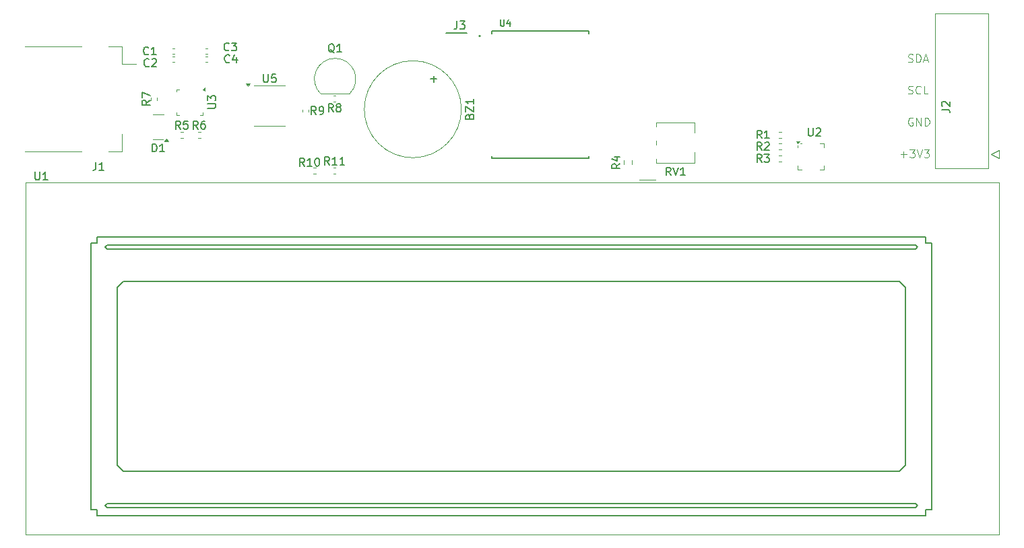
<source format=gbr>
%TF.GenerationSoftware,KiCad,Pcbnew,8.0.3*%
%TF.CreationDate,2024-06-24T16:42:44-03:00*%
%TF.ProjectId,kicad_project,6b696361-645f-4707-926f-6a6563742e6b,rev?*%
%TF.SameCoordinates,Original*%
%TF.FileFunction,Legend,Top*%
%TF.FilePolarity,Positive*%
%FSLAX46Y46*%
G04 Gerber Fmt 4.6, Leading zero omitted, Abs format (unit mm)*
G04 Created by KiCad (PCBNEW 8.0.3) date 2024-06-24 16:42:44*
%MOMM*%
%LPD*%
G01*
G04 APERTURE LIST*
%ADD10C,0.100000*%
%ADD11C,0.150000*%
%ADD12C,0.120000*%
%ADD13C,0.200000*%
%ADD14C,0.127000*%
G04 APERTURE END LIST*
D10*
X194256265Y-68824800D02*
X194399122Y-68872419D01*
X194399122Y-68872419D02*
X194637217Y-68872419D01*
X194637217Y-68872419D02*
X194732455Y-68824800D01*
X194732455Y-68824800D02*
X194780074Y-68777180D01*
X194780074Y-68777180D02*
X194827693Y-68681942D01*
X194827693Y-68681942D02*
X194827693Y-68586704D01*
X194827693Y-68586704D02*
X194780074Y-68491466D01*
X194780074Y-68491466D02*
X194732455Y-68443847D01*
X194732455Y-68443847D02*
X194637217Y-68396228D01*
X194637217Y-68396228D02*
X194446741Y-68348609D01*
X194446741Y-68348609D02*
X194351503Y-68300990D01*
X194351503Y-68300990D02*
X194303884Y-68253371D01*
X194303884Y-68253371D02*
X194256265Y-68158133D01*
X194256265Y-68158133D02*
X194256265Y-68062895D01*
X194256265Y-68062895D02*
X194303884Y-67967657D01*
X194303884Y-67967657D02*
X194351503Y-67920038D01*
X194351503Y-67920038D02*
X194446741Y-67872419D01*
X194446741Y-67872419D02*
X194684836Y-67872419D01*
X194684836Y-67872419D02*
X194827693Y-67920038D01*
X195256265Y-68872419D02*
X195256265Y-67872419D01*
X195256265Y-67872419D02*
X195494360Y-67872419D01*
X195494360Y-67872419D02*
X195637217Y-67920038D01*
X195637217Y-67920038D02*
X195732455Y-68015276D01*
X195732455Y-68015276D02*
X195780074Y-68110514D01*
X195780074Y-68110514D02*
X195827693Y-68300990D01*
X195827693Y-68300990D02*
X195827693Y-68443847D01*
X195827693Y-68443847D02*
X195780074Y-68634323D01*
X195780074Y-68634323D02*
X195732455Y-68729561D01*
X195732455Y-68729561D02*
X195637217Y-68824800D01*
X195637217Y-68824800D02*
X195494360Y-68872419D01*
X195494360Y-68872419D02*
X195256265Y-68872419D01*
X196208646Y-68586704D02*
X196684836Y-68586704D01*
X196113408Y-68872419D02*
X196446741Y-67872419D01*
X196446741Y-67872419D02*
X196780074Y-68872419D01*
X194256265Y-72824800D02*
X194399122Y-72872419D01*
X194399122Y-72872419D02*
X194637217Y-72872419D01*
X194637217Y-72872419D02*
X194732455Y-72824800D01*
X194732455Y-72824800D02*
X194780074Y-72777180D01*
X194780074Y-72777180D02*
X194827693Y-72681942D01*
X194827693Y-72681942D02*
X194827693Y-72586704D01*
X194827693Y-72586704D02*
X194780074Y-72491466D01*
X194780074Y-72491466D02*
X194732455Y-72443847D01*
X194732455Y-72443847D02*
X194637217Y-72396228D01*
X194637217Y-72396228D02*
X194446741Y-72348609D01*
X194446741Y-72348609D02*
X194351503Y-72300990D01*
X194351503Y-72300990D02*
X194303884Y-72253371D01*
X194303884Y-72253371D02*
X194256265Y-72158133D01*
X194256265Y-72158133D02*
X194256265Y-72062895D01*
X194256265Y-72062895D02*
X194303884Y-71967657D01*
X194303884Y-71967657D02*
X194351503Y-71920038D01*
X194351503Y-71920038D02*
X194446741Y-71872419D01*
X194446741Y-71872419D02*
X194684836Y-71872419D01*
X194684836Y-71872419D02*
X194827693Y-71920038D01*
X195827693Y-72777180D02*
X195780074Y-72824800D01*
X195780074Y-72824800D02*
X195637217Y-72872419D01*
X195637217Y-72872419D02*
X195541979Y-72872419D01*
X195541979Y-72872419D02*
X195399122Y-72824800D01*
X195399122Y-72824800D02*
X195303884Y-72729561D01*
X195303884Y-72729561D02*
X195256265Y-72634323D01*
X195256265Y-72634323D02*
X195208646Y-72443847D01*
X195208646Y-72443847D02*
X195208646Y-72300990D01*
X195208646Y-72300990D02*
X195256265Y-72110514D01*
X195256265Y-72110514D02*
X195303884Y-72015276D01*
X195303884Y-72015276D02*
X195399122Y-71920038D01*
X195399122Y-71920038D02*
X195541979Y-71872419D01*
X195541979Y-71872419D02*
X195637217Y-71872419D01*
X195637217Y-71872419D02*
X195780074Y-71920038D01*
X195780074Y-71920038D02*
X195827693Y-71967657D01*
X196732455Y-72872419D02*
X196256265Y-72872419D01*
X196256265Y-72872419D02*
X196256265Y-71872419D01*
X194827693Y-75920038D02*
X194732455Y-75872419D01*
X194732455Y-75872419D02*
X194589598Y-75872419D01*
X194589598Y-75872419D02*
X194446741Y-75920038D01*
X194446741Y-75920038D02*
X194351503Y-76015276D01*
X194351503Y-76015276D02*
X194303884Y-76110514D01*
X194303884Y-76110514D02*
X194256265Y-76300990D01*
X194256265Y-76300990D02*
X194256265Y-76443847D01*
X194256265Y-76443847D02*
X194303884Y-76634323D01*
X194303884Y-76634323D02*
X194351503Y-76729561D01*
X194351503Y-76729561D02*
X194446741Y-76824800D01*
X194446741Y-76824800D02*
X194589598Y-76872419D01*
X194589598Y-76872419D02*
X194684836Y-76872419D01*
X194684836Y-76872419D02*
X194827693Y-76824800D01*
X194827693Y-76824800D02*
X194875312Y-76777180D01*
X194875312Y-76777180D02*
X194875312Y-76443847D01*
X194875312Y-76443847D02*
X194684836Y-76443847D01*
X195303884Y-76872419D02*
X195303884Y-75872419D01*
X195303884Y-75872419D02*
X195875312Y-76872419D01*
X195875312Y-76872419D02*
X195875312Y-75872419D01*
X196351503Y-76872419D02*
X196351503Y-75872419D01*
X196351503Y-75872419D02*
X196589598Y-75872419D01*
X196589598Y-75872419D02*
X196732455Y-75920038D01*
X196732455Y-75920038D02*
X196827693Y-76015276D01*
X196827693Y-76015276D02*
X196875312Y-76110514D01*
X196875312Y-76110514D02*
X196922931Y-76300990D01*
X196922931Y-76300990D02*
X196922931Y-76443847D01*
X196922931Y-76443847D02*
X196875312Y-76634323D01*
X196875312Y-76634323D02*
X196827693Y-76729561D01*
X196827693Y-76729561D02*
X196732455Y-76824800D01*
X196732455Y-76824800D02*
X196589598Y-76872419D01*
X196589598Y-76872419D02*
X196351503Y-76872419D01*
X193303884Y-80491466D02*
X194065789Y-80491466D01*
X193684836Y-80872419D02*
X193684836Y-80110514D01*
X194446741Y-79872419D02*
X195065788Y-79872419D01*
X195065788Y-79872419D02*
X194732455Y-80253371D01*
X194732455Y-80253371D02*
X194875312Y-80253371D01*
X194875312Y-80253371D02*
X194970550Y-80300990D01*
X194970550Y-80300990D02*
X195018169Y-80348609D01*
X195018169Y-80348609D02*
X195065788Y-80443847D01*
X195065788Y-80443847D02*
X195065788Y-80681942D01*
X195065788Y-80681942D02*
X195018169Y-80777180D01*
X195018169Y-80777180D02*
X194970550Y-80824800D01*
X194970550Y-80824800D02*
X194875312Y-80872419D01*
X194875312Y-80872419D02*
X194589598Y-80872419D01*
X194589598Y-80872419D02*
X194494360Y-80824800D01*
X194494360Y-80824800D02*
X194446741Y-80777180D01*
X195351503Y-79872419D02*
X195684836Y-80872419D01*
X195684836Y-80872419D02*
X196018169Y-79872419D01*
X196256265Y-79872419D02*
X196875312Y-79872419D01*
X196875312Y-79872419D02*
X196541979Y-80253371D01*
X196541979Y-80253371D02*
X196684836Y-80253371D01*
X196684836Y-80253371D02*
X196780074Y-80300990D01*
X196780074Y-80300990D02*
X196827693Y-80348609D01*
X196827693Y-80348609D02*
X196875312Y-80443847D01*
X196875312Y-80443847D02*
X196875312Y-80681942D01*
X196875312Y-80681942D02*
X196827693Y-80777180D01*
X196827693Y-80777180D02*
X196780074Y-80824800D01*
X196780074Y-80824800D02*
X196684836Y-80872419D01*
X196684836Y-80872419D02*
X196399122Y-80872419D01*
X196399122Y-80872419D02*
X196303884Y-80824800D01*
X196303884Y-80824800D02*
X196256265Y-80777180D01*
D11*
X164404761Y-83104819D02*
X164071428Y-82628628D01*
X163833333Y-83104819D02*
X163833333Y-82104819D01*
X163833333Y-82104819D02*
X164214285Y-82104819D01*
X164214285Y-82104819D02*
X164309523Y-82152438D01*
X164309523Y-82152438D02*
X164357142Y-82200057D01*
X164357142Y-82200057D02*
X164404761Y-82295295D01*
X164404761Y-82295295D02*
X164404761Y-82438152D01*
X164404761Y-82438152D02*
X164357142Y-82533390D01*
X164357142Y-82533390D02*
X164309523Y-82581009D01*
X164309523Y-82581009D02*
X164214285Y-82628628D01*
X164214285Y-82628628D02*
X163833333Y-82628628D01*
X164690476Y-82104819D02*
X165023809Y-83104819D01*
X165023809Y-83104819D02*
X165357142Y-82104819D01*
X166214285Y-83104819D02*
X165642857Y-83104819D01*
X165928571Y-83104819D02*
X165928571Y-82104819D01*
X165928571Y-82104819D02*
X165833333Y-82247676D01*
X165833333Y-82247676D02*
X165738095Y-82342914D01*
X165738095Y-82342914D02*
X165642857Y-82390533D01*
X175833333Y-81454819D02*
X175500000Y-80978628D01*
X175261905Y-81454819D02*
X175261905Y-80454819D01*
X175261905Y-80454819D02*
X175642857Y-80454819D01*
X175642857Y-80454819D02*
X175738095Y-80502438D01*
X175738095Y-80502438D02*
X175785714Y-80550057D01*
X175785714Y-80550057D02*
X175833333Y-80645295D01*
X175833333Y-80645295D02*
X175833333Y-80788152D01*
X175833333Y-80788152D02*
X175785714Y-80883390D01*
X175785714Y-80883390D02*
X175738095Y-80931009D01*
X175738095Y-80931009D02*
X175642857Y-80978628D01*
X175642857Y-80978628D02*
X175261905Y-80978628D01*
X176166667Y-80454819D02*
X176785714Y-80454819D01*
X176785714Y-80454819D02*
X176452381Y-80835771D01*
X176452381Y-80835771D02*
X176595238Y-80835771D01*
X176595238Y-80835771D02*
X176690476Y-80883390D01*
X176690476Y-80883390D02*
X176738095Y-80931009D01*
X176738095Y-80931009D02*
X176785714Y-81026247D01*
X176785714Y-81026247D02*
X176785714Y-81264342D01*
X176785714Y-81264342D02*
X176738095Y-81359580D01*
X176738095Y-81359580D02*
X176690476Y-81407200D01*
X176690476Y-81407200D02*
X176595238Y-81454819D01*
X176595238Y-81454819D02*
X176309524Y-81454819D01*
X176309524Y-81454819D02*
X176214286Y-81407200D01*
X176214286Y-81407200D02*
X176166667Y-81359580D01*
X175833333Y-79954819D02*
X175500000Y-79478628D01*
X175261905Y-79954819D02*
X175261905Y-78954819D01*
X175261905Y-78954819D02*
X175642857Y-78954819D01*
X175642857Y-78954819D02*
X175738095Y-79002438D01*
X175738095Y-79002438D02*
X175785714Y-79050057D01*
X175785714Y-79050057D02*
X175833333Y-79145295D01*
X175833333Y-79145295D02*
X175833333Y-79288152D01*
X175833333Y-79288152D02*
X175785714Y-79383390D01*
X175785714Y-79383390D02*
X175738095Y-79431009D01*
X175738095Y-79431009D02*
X175642857Y-79478628D01*
X175642857Y-79478628D02*
X175261905Y-79478628D01*
X176214286Y-79050057D02*
X176261905Y-79002438D01*
X176261905Y-79002438D02*
X176357143Y-78954819D01*
X176357143Y-78954819D02*
X176595238Y-78954819D01*
X176595238Y-78954819D02*
X176690476Y-79002438D01*
X176690476Y-79002438D02*
X176738095Y-79050057D01*
X176738095Y-79050057D02*
X176785714Y-79145295D01*
X176785714Y-79145295D02*
X176785714Y-79240533D01*
X176785714Y-79240533D02*
X176738095Y-79383390D01*
X176738095Y-79383390D02*
X176166667Y-79954819D01*
X176166667Y-79954819D02*
X176785714Y-79954819D01*
X175833333Y-78454819D02*
X175500000Y-77978628D01*
X175261905Y-78454819D02*
X175261905Y-77454819D01*
X175261905Y-77454819D02*
X175642857Y-77454819D01*
X175642857Y-77454819D02*
X175738095Y-77502438D01*
X175738095Y-77502438D02*
X175785714Y-77550057D01*
X175785714Y-77550057D02*
X175833333Y-77645295D01*
X175833333Y-77645295D02*
X175833333Y-77788152D01*
X175833333Y-77788152D02*
X175785714Y-77883390D01*
X175785714Y-77883390D02*
X175738095Y-77931009D01*
X175738095Y-77931009D02*
X175642857Y-77978628D01*
X175642857Y-77978628D02*
X175261905Y-77978628D01*
X176785714Y-78454819D02*
X176214286Y-78454819D01*
X176500000Y-78454819D02*
X176500000Y-77454819D01*
X176500000Y-77454819D02*
X176404762Y-77597676D01*
X176404762Y-77597676D02*
X176309524Y-77692914D01*
X176309524Y-77692914D02*
X176214286Y-77740533D01*
X104988333Y-77284819D02*
X104655000Y-76808628D01*
X104416905Y-77284819D02*
X104416905Y-76284819D01*
X104416905Y-76284819D02*
X104797857Y-76284819D01*
X104797857Y-76284819D02*
X104893095Y-76332438D01*
X104893095Y-76332438D02*
X104940714Y-76380057D01*
X104940714Y-76380057D02*
X104988333Y-76475295D01*
X104988333Y-76475295D02*
X104988333Y-76618152D01*
X104988333Y-76618152D02*
X104940714Y-76713390D01*
X104940714Y-76713390D02*
X104893095Y-76761009D01*
X104893095Y-76761009D02*
X104797857Y-76808628D01*
X104797857Y-76808628D02*
X104416905Y-76808628D01*
X105845476Y-76284819D02*
X105655000Y-76284819D01*
X105655000Y-76284819D02*
X105559762Y-76332438D01*
X105559762Y-76332438D02*
X105512143Y-76380057D01*
X105512143Y-76380057D02*
X105416905Y-76522914D01*
X105416905Y-76522914D02*
X105369286Y-76713390D01*
X105369286Y-76713390D02*
X105369286Y-77094342D01*
X105369286Y-77094342D02*
X105416905Y-77189580D01*
X105416905Y-77189580D02*
X105464524Y-77237200D01*
X105464524Y-77237200D02*
X105559762Y-77284819D01*
X105559762Y-77284819D02*
X105750238Y-77284819D01*
X105750238Y-77284819D02*
X105845476Y-77237200D01*
X105845476Y-77237200D02*
X105893095Y-77189580D01*
X105893095Y-77189580D02*
X105940714Y-77094342D01*
X105940714Y-77094342D02*
X105940714Y-76856247D01*
X105940714Y-76856247D02*
X105893095Y-76761009D01*
X105893095Y-76761009D02*
X105845476Y-76713390D01*
X105845476Y-76713390D02*
X105750238Y-76665771D01*
X105750238Y-76665771D02*
X105559762Y-76665771D01*
X105559762Y-76665771D02*
X105464524Y-76713390D01*
X105464524Y-76713390D02*
X105416905Y-76761009D01*
X105416905Y-76761009D02*
X105369286Y-76856247D01*
X102798333Y-77284819D02*
X102465000Y-76808628D01*
X102226905Y-77284819D02*
X102226905Y-76284819D01*
X102226905Y-76284819D02*
X102607857Y-76284819D01*
X102607857Y-76284819D02*
X102703095Y-76332438D01*
X102703095Y-76332438D02*
X102750714Y-76380057D01*
X102750714Y-76380057D02*
X102798333Y-76475295D01*
X102798333Y-76475295D02*
X102798333Y-76618152D01*
X102798333Y-76618152D02*
X102750714Y-76713390D01*
X102750714Y-76713390D02*
X102703095Y-76761009D01*
X102703095Y-76761009D02*
X102607857Y-76808628D01*
X102607857Y-76808628D02*
X102226905Y-76808628D01*
X103703095Y-76284819D02*
X103226905Y-76284819D01*
X103226905Y-76284819D02*
X103179286Y-76761009D01*
X103179286Y-76761009D02*
X103226905Y-76713390D01*
X103226905Y-76713390D02*
X103322143Y-76665771D01*
X103322143Y-76665771D02*
X103560238Y-76665771D01*
X103560238Y-76665771D02*
X103655476Y-76713390D01*
X103655476Y-76713390D02*
X103703095Y-76761009D01*
X103703095Y-76761009D02*
X103750714Y-76856247D01*
X103750714Y-76856247D02*
X103750714Y-77094342D01*
X103750714Y-77094342D02*
X103703095Y-77189580D01*
X103703095Y-77189580D02*
X103655476Y-77237200D01*
X103655476Y-77237200D02*
X103560238Y-77284819D01*
X103560238Y-77284819D02*
X103322143Y-77284819D01*
X103322143Y-77284819D02*
X103226905Y-77237200D01*
X103226905Y-77237200D02*
X103179286Y-77189580D01*
X98954819Y-73666666D02*
X98478628Y-73999999D01*
X98954819Y-74238094D02*
X97954819Y-74238094D01*
X97954819Y-74238094D02*
X97954819Y-73857142D01*
X97954819Y-73857142D02*
X98002438Y-73761904D01*
X98002438Y-73761904D02*
X98050057Y-73714285D01*
X98050057Y-73714285D02*
X98145295Y-73666666D01*
X98145295Y-73666666D02*
X98288152Y-73666666D01*
X98288152Y-73666666D02*
X98383390Y-73714285D01*
X98383390Y-73714285D02*
X98431009Y-73761904D01*
X98431009Y-73761904D02*
X98478628Y-73857142D01*
X98478628Y-73857142D02*
X98478628Y-74238094D01*
X97954819Y-73333332D02*
X97954819Y-72666666D01*
X97954819Y-72666666D02*
X98954819Y-73095237D01*
X121988333Y-75124819D02*
X121655000Y-74648628D01*
X121416905Y-75124819D02*
X121416905Y-74124819D01*
X121416905Y-74124819D02*
X121797857Y-74124819D01*
X121797857Y-74124819D02*
X121893095Y-74172438D01*
X121893095Y-74172438D02*
X121940714Y-74220057D01*
X121940714Y-74220057D02*
X121988333Y-74315295D01*
X121988333Y-74315295D02*
X121988333Y-74458152D01*
X121988333Y-74458152D02*
X121940714Y-74553390D01*
X121940714Y-74553390D02*
X121893095Y-74601009D01*
X121893095Y-74601009D02*
X121797857Y-74648628D01*
X121797857Y-74648628D02*
X121416905Y-74648628D01*
X122559762Y-74553390D02*
X122464524Y-74505771D01*
X122464524Y-74505771D02*
X122416905Y-74458152D01*
X122416905Y-74458152D02*
X122369286Y-74362914D01*
X122369286Y-74362914D02*
X122369286Y-74315295D01*
X122369286Y-74315295D02*
X122416905Y-74220057D01*
X122416905Y-74220057D02*
X122464524Y-74172438D01*
X122464524Y-74172438D02*
X122559762Y-74124819D01*
X122559762Y-74124819D02*
X122750238Y-74124819D01*
X122750238Y-74124819D02*
X122845476Y-74172438D01*
X122845476Y-74172438D02*
X122893095Y-74220057D01*
X122893095Y-74220057D02*
X122940714Y-74315295D01*
X122940714Y-74315295D02*
X122940714Y-74362914D01*
X122940714Y-74362914D02*
X122893095Y-74458152D01*
X122893095Y-74458152D02*
X122845476Y-74505771D01*
X122845476Y-74505771D02*
X122750238Y-74553390D01*
X122750238Y-74553390D02*
X122559762Y-74553390D01*
X122559762Y-74553390D02*
X122464524Y-74601009D01*
X122464524Y-74601009D02*
X122416905Y-74648628D01*
X122416905Y-74648628D02*
X122369286Y-74743866D01*
X122369286Y-74743866D02*
X122369286Y-74934342D01*
X122369286Y-74934342D02*
X122416905Y-75029580D01*
X122416905Y-75029580D02*
X122464524Y-75077200D01*
X122464524Y-75077200D02*
X122559762Y-75124819D01*
X122559762Y-75124819D02*
X122750238Y-75124819D01*
X122750238Y-75124819D02*
X122845476Y-75077200D01*
X122845476Y-75077200D02*
X122893095Y-75029580D01*
X122893095Y-75029580D02*
X122940714Y-74934342D01*
X122940714Y-74934342D02*
X122940714Y-74743866D01*
X122940714Y-74743866D02*
X122893095Y-74648628D01*
X122893095Y-74648628D02*
X122845476Y-74601009D01*
X122845476Y-74601009D02*
X122750238Y-74553390D01*
X119833333Y-75444819D02*
X119500000Y-74968628D01*
X119261905Y-75444819D02*
X119261905Y-74444819D01*
X119261905Y-74444819D02*
X119642857Y-74444819D01*
X119642857Y-74444819D02*
X119738095Y-74492438D01*
X119738095Y-74492438D02*
X119785714Y-74540057D01*
X119785714Y-74540057D02*
X119833333Y-74635295D01*
X119833333Y-74635295D02*
X119833333Y-74778152D01*
X119833333Y-74778152D02*
X119785714Y-74873390D01*
X119785714Y-74873390D02*
X119738095Y-74921009D01*
X119738095Y-74921009D02*
X119642857Y-74968628D01*
X119642857Y-74968628D02*
X119261905Y-74968628D01*
X120309524Y-75444819D02*
X120500000Y-75444819D01*
X120500000Y-75444819D02*
X120595238Y-75397200D01*
X120595238Y-75397200D02*
X120642857Y-75349580D01*
X120642857Y-75349580D02*
X120738095Y-75206723D01*
X120738095Y-75206723D02*
X120785714Y-75016247D01*
X120785714Y-75016247D02*
X120785714Y-74635295D01*
X120785714Y-74635295D02*
X120738095Y-74540057D01*
X120738095Y-74540057D02*
X120690476Y-74492438D01*
X120690476Y-74492438D02*
X120595238Y-74444819D01*
X120595238Y-74444819D02*
X120404762Y-74444819D01*
X120404762Y-74444819D02*
X120309524Y-74492438D01*
X120309524Y-74492438D02*
X120261905Y-74540057D01*
X120261905Y-74540057D02*
X120214286Y-74635295D01*
X120214286Y-74635295D02*
X120214286Y-74873390D01*
X120214286Y-74873390D02*
X120261905Y-74968628D01*
X120261905Y-74968628D02*
X120309524Y-75016247D01*
X120309524Y-75016247D02*
X120404762Y-75063866D01*
X120404762Y-75063866D02*
X120595238Y-75063866D01*
X120595238Y-75063866D02*
X120690476Y-75016247D01*
X120690476Y-75016247D02*
X120738095Y-74968628D01*
X120738095Y-74968628D02*
X120785714Y-74873390D01*
X118357142Y-81954819D02*
X118023809Y-81478628D01*
X117785714Y-81954819D02*
X117785714Y-80954819D01*
X117785714Y-80954819D02*
X118166666Y-80954819D01*
X118166666Y-80954819D02*
X118261904Y-81002438D01*
X118261904Y-81002438D02*
X118309523Y-81050057D01*
X118309523Y-81050057D02*
X118357142Y-81145295D01*
X118357142Y-81145295D02*
X118357142Y-81288152D01*
X118357142Y-81288152D02*
X118309523Y-81383390D01*
X118309523Y-81383390D02*
X118261904Y-81431009D01*
X118261904Y-81431009D02*
X118166666Y-81478628D01*
X118166666Y-81478628D02*
X117785714Y-81478628D01*
X119309523Y-81954819D02*
X118738095Y-81954819D01*
X119023809Y-81954819D02*
X119023809Y-80954819D01*
X119023809Y-80954819D02*
X118928571Y-81097676D01*
X118928571Y-81097676D02*
X118833333Y-81192914D01*
X118833333Y-81192914D02*
X118738095Y-81240533D01*
X119928571Y-80954819D02*
X120023809Y-80954819D01*
X120023809Y-80954819D02*
X120119047Y-81002438D01*
X120119047Y-81002438D02*
X120166666Y-81050057D01*
X120166666Y-81050057D02*
X120214285Y-81145295D01*
X120214285Y-81145295D02*
X120261904Y-81335771D01*
X120261904Y-81335771D02*
X120261904Y-81573866D01*
X120261904Y-81573866D02*
X120214285Y-81764342D01*
X120214285Y-81764342D02*
X120166666Y-81859580D01*
X120166666Y-81859580D02*
X120119047Y-81907200D01*
X120119047Y-81907200D02*
X120023809Y-81954819D01*
X120023809Y-81954819D02*
X119928571Y-81954819D01*
X119928571Y-81954819D02*
X119833333Y-81907200D01*
X119833333Y-81907200D02*
X119785714Y-81859580D01*
X119785714Y-81859580D02*
X119738095Y-81764342D01*
X119738095Y-81764342D02*
X119690476Y-81573866D01*
X119690476Y-81573866D02*
X119690476Y-81335771D01*
X119690476Y-81335771D02*
X119738095Y-81145295D01*
X119738095Y-81145295D02*
X119785714Y-81050057D01*
X119785714Y-81050057D02*
X119833333Y-81002438D01*
X119833333Y-81002438D02*
X119928571Y-80954819D01*
X121512142Y-81784819D02*
X121178809Y-81308628D01*
X120940714Y-81784819D02*
X120940714Y-80784819D01*
X120940714Y-80784819D02*
X121321666Y-80784819D01*
X121321666Y-80784819D02*
X121416904Y-80832438D01*
X121416904Y-80832438D02*
X121464523Y-80880057D01*
X121464523Y-80880057D02*
X121512142Y-80975295D01*
X121512142Y-80975295D02*
X121512142Y-81118152D01*
X121512142Y-81118152D02*
X121464523Y-81213390D01*
X121464523Y-81213390D02*
X121416904Y-81261009D01*
X121416904Y-81261009D02*
X121321666Y-81308628D01*
X121321666Y-81308628D02*
X120940714Y-81308628D01*
X122464523Y-81784819D02*
X121893095Y-81784819D01*
X122178809Y-81784819D02*
X122178809Y-80784819D01*
X122178809Y-80784819D02*
X122083571Y-80927676D01*
X122083571Y-80927676D02*
X121988333Y-81022914D01*
X121988333Y-81022914D02*
X121893095Y-81070533D01*
X123416904Y-81784819D02*
X122845476Y-81784819D01*
X123131190Y-81784819D02*
X123131190Y-80784819D01*
X123131190Y-80784819D02*
X123035952Y-80927676D01*
X123035952Y-80927676D02*
X122940714Y-81022914D01*
X122940714Y-81022914D02*
X122845476Y-81070533D01*
X158024819Y-81666666D02*
X157548628Y-81999999D01*
X158024819Y-82238094D02*
X157024819Y-82238094D01*
X157024819Y-82238094D02*
X157024819Y-81857142D01*
X157024819Y-81857142D02*
X157072438Y-81761904D01*
X157072438Y-81761904D02*
X157120057Y-81714285D01*
X157120057Y-81714285D02*
X157215295Y-81666666D01*
X157215295Y-81666666D02*
X157358152Y-81666666D01*
X157358152Y-81666666D02*
X157453390Y-81714285D01*
X157453390Y-81714285D02*
X157501009Y-81761904D01*
X157501009Y-81761904D02*
X157548628Y-81857142D01*
X157548628Y-81857142D02*
X157548628Y-82238094D01*
X157358152Y-80809523D02*
X158024819Y-80809523D01*
X156977200Y-81047618D02*
X157691485Y-81285713D01*
X157691485Y-81285713D02*
X157691485Y-80666666D01*
X113238095Y-70419819D02*
X113238095Y-71229342D01*
X113238095Y-71229342D02*
X113285714Y-71324580D01*
X113285714Y-71324580D02*
X113333333Y-71372200D01*
X113333333Y-71372200D02*
X113428571Y-71419819D01*
X113428571Y-71419819D02*
X113619047Y-71419819D01*
X113619047Y-71419819D02*
X113714285Y-71372200D01*
X113714285Y-71372200D02*
X113761904Y-71324580D01*
X113761904Y-71324580D02*
X113809523Y-71229342D01*
X113809523Y-71229342D02*
X113809523Y-70419819D01*
X114761904Y-70419819D02*
X114285714Y-70419819D01*
X114285714Y-70419819D02*
X114238095Y-70896009D01*
X114238095Y-70896009D02*
X114285714Y-70848390D01*
X114285714Y-70848390D02*
X114380952Y-70800771D01*
X114380952Y-70800771D02*
X114619047Y-70800771D01*
X114619047Y-70800771D02*
X114714285Y-70848390D01*
X114714285Y-70848390D02*
X114761904Y-70896009D01*
X114761904Y-70896009D02*
X114809523Y-70991247D01*
X114809523Y-70991247D02*
X114809523Y-71229342D01*
X114809523Y-71229342D02*
X114761904Y-71324580D01*
X114761904Y-71324580D02*
X114714285Y-71372200D01*
X114714285Y-71372200D02*
X114619047Y-71419819D01*
X114619047Y-71419819D02*
X114380952Y-71419819D01*
X114380952Y-71419819D02*
X114285714Y-71372200D01*
X114285714Y-71372200D02*
X114238095Y-71324580D01*
X143018106Y-63527245D02*
X143018106Y-64174864D01*
X143018106Y-64174864D02*
X143056201Y-64251054D01*
X143056201Y-64251054D02*
X143094296Y-64289150D01*
X143094296Y-64289150D02*
X143170487Y-64327245D01*
X143170487Y-64327245D02*
X143322868Y-64327245D01*
X143322868Y-64327245D02*
X143399058Y-64289150D01*
X143399058Y-64289150D02*
X143437153Y-64251054D01*
X143437153Y-64251054D02*
X143475249Y-64174864D01*
X143475249Y-64174864D02*
X143475249Y-63527245D01*
X144199058Y-63793911D02*
X144199058Y-64327245D01*
X144008582Y-63489150D02*
X143818105Y-64060578D01*
X143818105Y-64060578D02*
X144313344Y-64060578D01*
X106234819Y-74661904D02*
X107044342Y-74661904D01*
X107044342Y-74661904D02*
X107139580Y-74614285D01*
X107139580Y-74614285D02*
X107187200Y-74566666D01*
X107187200Y-74566666D02*
X107234819Y-74471428D01*
X107234819Y-74471428D02*
X107234819Y-74280952D01*
X107234819Y-74280952D02*
X107187200Y-74185714D01*
X107187200Y-74185714D02*
X107139580Y-74138095D01*
X107139580Y-74138095D02*
X107044342Y-74090476D01*
X107044342Y-74090476D02*
X106234819Y-74090476D01*
X106234819Y-73709523D02*
X106234819Y-73090476D01*
X106234819Y-73090476D02*
X106615771Y-73423809D01*
X106615771Y-73423809D02*
X106615771Y-73280952D01*
X106615771Y-73280952D02*
X106663390Y-73185714D01*
X106663390Y-73185714D02*
X106711009Y-73138095D01*
X106711009Y-73138095D02*
X106806247Y-73090476D01*
X106806247Y-73090476D02*
X107044342Y-73090476D01*
X107044342Y-73090476D02*
X107139580Y-73138095D01*
X107139580Y-73138095D02*
X107187200Y-73185714D01*
X107187200Y-73185714D02*
X107234819Y-73280952D01*
X107234819Y-73280952D02*
X107234819Y-73566666D01*
X107234819Y-73566666D02*
X107187200Y-73661904D01*
X107187200Y-73661904D02*
X107139580Y-73709523D01*
X181700595Y-77154819D02*
X181700595Y-77964342D01*
X181700595Y-77964342D02*
X181748214Y-78059580D01*
X181748214Y-78059580D02*
X181795833Y-78107200D01*
X181795833Y-78107200D02*
X181891071Y-78154819D01*
X181891071Y-78154819D02*
X182081547Y-78154819D01*
X182081547Y-78154819D02*
X182176785Y-78107200D01*
X182176785Y-78107200D02*
X182224404Y-78059580D01*
X182224404Y-78059580D02*
X182272023Y-77964342D01*
X182272023Y-77964342D02*
X182272023Y-77154819D01*
X182700595Y-77250057D02*
X182748214Y-77202438D01*
X182748214Y-77202438D02*
X182843452Y-77154819D01*
X182843452Y-77154819D02*
X183081547Y-77154819D01*
X183081547Y-77154819D02*
X183176785Y-77202438D01*
X183176785Y-77202438D02*
X183224404Y-77250057D01*
X183224404Y-77250057D02*
X183272023Y-77345295D01*
X183272023Y-77345295D02*
X183272023Y-77440533D01*
X183272023Y-77440533D02*
X183224404Y-77583390D01*
X183224404Y-77583390D02*
X182652976Y-78154819D01*
X182652976Y-78154819D02*
X183272023Y-78154819D01*
X84528095Y-82687319D02*
X84528095Y-83496842D01*
X84528095Y-83496842D02*
X84575714Y-83592080D01*
X84575714Y-83592080D02*
X84623333Y-83639700D01*
X84623333Y-83639700D02*
X84718571Y-83687319D01*
X84718571Y-83687319D02*
X84909047Y-83687319D01*
X84909047Y-83687319D02*
X85004285Y-83639700D01*
X85004285Y-83639700D02*
X85051904Y-83592080D01*
X85051904Y-83592080D02*
X85099523Y-83496842D01*
X85099523Y-83496842D02*
X85099523Y-82687319D01*
X86099523Y-83687319D02*
X85528095Y-83687319D01*
X85813809Y-83687319D02*
X85813809Y-82687319D01*
X85813809Y-82687319D02*
X85718571Y-82830176D01*
X85718571Y-82830176D02*
X85623333Y-82925414D01*
X85623333Y-82925414D02*
X85528095Y-82973033D01*
X122134761Y-67690057D02*
X122039523Y-67642438D01*
X122039523Y-67642438D02*
X121944285Y-67547200D01*
X121944285Y-67547200D02*
X121801428Y-67404342D01*
X121801428Y-67404342D02*
X121706190Y-67356723D01*
X121706190Y-67356723D02*
X121610952Y-67356723D01*
X121658571Y-67594819D02*
X121563333Y-67547200D01*
X121563333Y-67547200D02*
X121468095Y-67451961D01*
X121468095Y-67451961D02*
X121420476Y-67261485D01*
X121420476Y-67261485D02*
X121420476Y-66928152D01*
X121420476Y-66928152D02*
X121468095Y-66737676D01*
X121468095Y-66737676D02*
X121563333Y-66642438D01*
X121563333Y-66642438D02*
X121658571Y-66594819D01*
X121658571Y-66594819D02*
X121849047Y-66594819D01*
X121849047Y-66594819D02*
X121944285Y-66642438D01*
X121944285Y-66642438D02*
X122039523Y-66737676D01*
X122039523Y-66737676D02*
X122087142Y-66928152D01*
X122087142Y-66928152D02*
X122087142Y-67261485D01*
X122087142Y-67261485D02*
X122039523Y-67451961D01*
X122039523Y-67451961D02*
X121944285Y-67547200D01*
X121944285Y-67547200D02*
X121849047Y-67594819D01*
X121849047Y-67594819D02*
X121658571Y-67594819D01*
X123039523Y-67594819D02*
X122468095Y-67594819D01*
X122753809Y-67594819D02*
X122753809Y-66594819D01*
X122753809Y-66594819D02*
X122658571Y-66737676D01*
X122658571Y-66737676D02*
X122563333Y-66832914D01*
X122563333Y-66832914D02*
X122468095Y-66880533D01*
X137537626Y-63714359D02*
X137537626Y-64429449D01*
X137537626Y-64429449D02*
X137489953Y-64572467D01*
X137489953Y-64572467D02*
X137394608Y-64667813D01*
X137394608Y-64667813D02*
X137251590Y-64715485D01*
X137251590Y-64715485D02*
X137156245Y-64715485D01*
X137919008Y-63714359D02*
X138538752Y-63714359D01*
X138538752Y-63714359D02*
X138205044Y-64095741D01*
X138205044Y-64095741D02*
X138348062Y-64095741D01*
X138348062Y-64095741D02*
X138443407Y-64143413D01*
X138443407Y-64143413D02*
X138491080Y-64191086D01*
X138491080Y-64191086D02*
X138538752Y-64286431D01*
X138538752Y-64286431D02*
X138538752Y-64524795D01*
X138538752Y-64524795D02*
X138491080Y-64620140D01*
X138491080Y-64620140D02*
X138443407Y-64667813D01*
X138443407Y-64667813D02*
X138348062Y-64715485D01*
X138348062Y-64715485D02*
X138062026Y-64715485D01*
X138062026Y-64715485D02*
X137966680Y-64667813D01*
X137966680Y-64667813D02*
X137919008Y-64620140D01*
X198454819Y-74833333D02*
X199169104Y-74833333D01*
X199169104Y-74833333D02*
X199311961Y-74880952D01*
X199311961Y-74880952D02*
X199407200Y-74976190D01*
X199407200Y-74976190D02*
X199454819Y-75119047D01*
X199454819Y-75119047D02*
X199454819Y-75214285D01*
X198550057Y-74404761D02*
X198502438Y-74357142D01*
X198502438Y-74357142D02*
X198454819Y-74261904D01*
X198454819Y-74261904D02*
X198454819Y-74023809D01*
X198454819Y-74023809D02*
X198502438Y-73928571D01*
X198502438Y-73928571D02*
X198550057Y-73880952D01*
X198550057Y-73880952D02*
X198645295Y-73833333D01*
X198645295Y-73833333D02*
X198740533Y-73833333D01*
X198740533Y-73833333D02*
X198883390Y-73880952D01*
X198883390Y-73880952D02*
X199454819Y-74452380D01*
X199454819Y-74452380D02*
X199454819Y-73833333D01*
X92166666Y-81454819D02*
X92166666Y-82169104D01*
X92166666Y-82169104D02*
X92119047Y-82311961D01*
X92119047Y-82311961D02*
X92023809Y-82407200D01*
X92023809Y-82407200D02*
X91880952Y-82454819D01*
X91880952Y-82454819D02*
X91785714Y-82454819D01*
X93166666Y-82454819D02*
X92595238Y-82454819D01*
X92880952Y-82454819D02*
X92880952Y-81454819D01*
X92880952Y-81454819D02*
X92785714Y-81597676D01*
X92785714Y-81597676D02*
X92690476Y-81692914D01*
X92690476Y-81692914D02*
X92595238Y-81740533D01*
X99241905Y-80154819D02*
X99241905Y-79154819D01*
X99241905Y-79154819D02*
X99480000Y-79154819D01*
X99480000Y-79154819D02*
X99622857Y-79202438D01*
X99622857Y-79202438D02*
X99718095Y-79297676D01*
X99718095Y-79297676D02*
X99765714Y-79392914D01*
X99765714Y-79392914D02*
X99813333Y-79583390D01*
X99813333Y-79583390D02*
X99813333Y-79726247D01*
X99813333Y-79726247D02*
X99765714Y-79916723D01*
X99765714Y-79916723D02*
X99718095Y-80011961D01*
X99718095Y-80011961D02*
X99622857Y-80107200D01*
X99622857Y-80107200D02*
X99480000Y-80154819D01*
X99480000Y-80154819D02*
X99241905Y-80154819D01*
X100765714Y-80154819D02*
X100194286Y-80154819D01*
X100480000Y-80154819D02*
X100480000Y-79154819D01*
X100480000Y-79154819D02*
X100384762Y-79297676D01*
X100384762Y-79297676D02*
X100289524Y-79392914D01*
X100289524Y-79392914D02*
X100194286Y-79440533D01*
X108968333Y-68859580D02*
X108920714Y-68907200D01*
X108920714Y-68907200D02*
X108777857Y-68954819D01*
X108777857Y-68954819D02*
X108682619Y-68954819D01*
X108682619Y-68954819D02*
X108539762Y-68907200D01*
X108539762Y-68907200D02*
X108444524Y-68811961D01*
X108444524Y-68811961D02*
X108396905Y-68716723D01*
X108396905Y-68716723D02*
X108349286Y-68526247D01*
X108349286Y-68526247D02*
X108349286Y-68383390D01*
X108349286Y-68383390D02*
X108396905Y-68192914D01*
X108396905Y-68192914D02*
X108444524Y-68097676D01*
X108444524Y-68097676D02*
X108539762Y-68002438D01*
X108539762Y-68002438D02*
X108682619Y-67954819D01*
X108682619Y-67954819D02*
X108777857Y-67954819D01*
X108777857Y-67954819D02*
X108920714Y-68002438D01*
X108920714Y-68002438D02*
X108968333Y-68050057D01*
X109825476Y-68288152D02*
X109825476Y-68954819D01*
X109587381Y-67907200D02*
X109349286Y-68621485D01*
X109349286Y-68621485D02*
X109968333Y-68621485D01*
X108900833Y-67359580D02*
X108853214Y-67407200D01*
X108853214Y-67407200D02*
X108710357Y-67454819D01*
X108710357Y-67454819D02*
X108615119Y-67454819D01*
X108615119Y-67454819D02*
X108472262Y-67407200D01*
X108472262Y-67407200D02*
X108377024Y-67311961D01*
X108377024Y-67311961D02*
X108329405Y-67216723D01*
X108329405Y-67216723D02*
X108281786Y-67026247D01*
X108281786Y-67026247D02*
X108281786Y-66883390D01*
X108281786Y-66883390D02*
X108329405Y-66692914D01*
X108329405Y-66692914D02*
X108377024Y-66597676D01*
X108377024Y-66597676D02*
X108472262Y-66502438D01*
X108472262Y-66502438D02*
X108615119Y-66454819D01*
X108615119Y-66454819D02*
X108710357Y-66454819D01*
X108710357Y-66454819D02*
X108853214Y-66502438D01*
X108853214Y-66502438D02*
X108900833Y-66550057D01*
X109234167Y-66454819D02*
X109853214Y-66454819D01*
X109853214Y-66454819D02*
X109519881Y-66835771D01*
X109519881Y-66835771D02*
X109662738Y-66835771D01*
X109662738Y-66835771D02*
X109757976Y-66883390D01*
X109757976Y-66883390D02*
X109805595Y-66931009D01*
X109805595Y-66931009D02*
X109853214Y-67026247D01*
X109853214Y-67026247D02*
X109853214Y-67264342D01*
X109853214Y-67264342D02*
X109805595Y-67359580D01*
X109805595Y-67359580D02*
X109757976Y-67407200D01*
X109757976Y-67407200D02*
X109662738Y-67454819D01*
X109662738Y-67454819D02*
X109377024Y-67454819D01*
X109377024Y-67454819D02*
X109281786Y-67407200D01*
X109281786Y-67407200D02*
X109234167Y-67359580D01*
X98833333Y-69359580D02*
X98785714Y-69407200D01*
X98785714Y-69407200D02*
X98642857Y-69454819D01*
X98642857Y-69454819D02*
X98547619Y-69454819D01*
X98547619Y-69454819D02*
X98404762Y-69407200D01*
X98404762Y-69407200D02*
X98309524Y-69311961D01*
X98309524Y-69311961D02*
X98261905Y-69216723D01*
X98261905Y-69216723D02*
X98214286Y-69026247D01*
X98214286Y-69026247D02*
X98214286Y-68883390D01*
X98214286Y-68883390D02*
X98261905Y-68692914D01*
X98261905Y-68692914D02*
X98309524Y-68597676D01*
X98309524Y-68597676D02*
X98404762Y-68502438D01*
X98404762Y-68502438D02*
X98547619Y-68454819D01*
X98547619Y-68454819D02*
X98642857Y-68454819D01*
X98642857Y-68454819D02*
X98785714Y-68502438D01*
X98785714Y-68502438D02*
X98833333Y-68550057D01*
X99214286Y-68550057D02*
X99261905Y-68502438D01*
X99261905Y-68502438D02*
X99357143Y-68454819D01*
X99357143Y-68454819D02*
X99595238Y-68454819D01*
X99595238Y-68454819D02*
X99690476Y-68502438D01*
X99690476Y-68502438D02*
X99738095Y-68550057D01*
X99738095Y-68550057D02*
X99785714Y-68645295D01*
X99785714Y-68645295D02*
X99785714Y-68740533D01*
X99785714Y-68740533D02*
X99738095Y-68883390D01*
X99738095Y-68883390D02*
X99166667Y-69454819D01*
X99166667Y-69454819D02*
X99785714Y-69454819D01*
X98765833Y-67859580D02*
X98718214Y-67907200D01*
X98718214Y-67907200D02*
X98575357Y-67954819D01*
X98575357Y-67954819D02*
X98480119Y-67954819D01*
X98480119Y-67954819D02*
X98337262Y-67907200D01*
X98337262Y-67907200D02*
X98242024Y-67811961D01*
X98242024Y-67811961D02*
X98194405Y-67716723D01*
X98194405Y-67716723D02*
X98146786Y-67526247D01*
X98146786Y-67526247D02*
X98146786Y-67383390D01*
X98146786Y-67383390D02*
X98194405Y-67192914D01*
X98194405Y-67192914D02*
X98242024Y-67097676D01*
X98242024Y-67097676D02*
X98337262Y-67002438D01*
X98337262Y-67002438D02*
X98480119Y-66954819D01*
X98480119Y-66954819D02*
X98575357Y-66954819D01*
X98575357Y-66954819D02*
X98718214Y-67002438D01*
X98718214Y-67002438D02*
X98765833Y-67050057D01*
X99718214Y-67954819D02*
X99146786Y-67954819D01*
X99432500Y-67954819D02*
X99432500Y-66954819D01*
X99432500Y-66954819D02*
X99337262Y-67097676D01*
X99337262Y-67097676D02*
X99242024Y-67192914D01*
X99242024Y-67192914D02*
X99146786Y-67240533D01*
X139131009Y-75680952D02*
X139178628Y-75538095D01*
X139178628Y-75538095D02*
X139226247Y-75490476D01*
X139226247Y-75490476D02*
X139321485Y-75442857D01*
X139321485Y-75442857D02*
X139464342Y-75442857D01*
X139464342Y-75442857D02*
X139559580Y-75490476D01*
X139559580Y-75490476D02*
X139607200Y-75538095D01*
X139607200Y-75538095D02*
X139654819Y-75633333D01*
X139654819Y-75633333D02*
X139654819Y-76014285D01*
X139654819Y-76014285D02*
X138654819Y-76014285D01*
X138654819Y-76014285D02*
X138654819Y-75680952D01*
X138654819Y-75680952D02*
X138702438Y-75585714D01*
X138702438Y-75585714D02*
X138750057Y-75538095D01*
X138750057Y-75538095D02*
X138845295Y-75490476D01*
X138845295Y-75490476D02*
X138940533Y-75490476D01*
X138940533Y-75490476D02*
X139035771Y-75538095D01*
X139035771Y-75538095D02*
X139083390Y-75585714D01*
X139083390Y-75585714D02*
X139131009Y-75680952D01*
X139131009Y-75680952D02*
X139131009Y-76014285D01*
X138654819Y-75109523D02*
X138654819Y-74442857D01*
X138654819Y-74442857D02*
X139654819Y-75109523D01*
X139654819Y-75109523D02*
X139654819Y-74442857D01*
X139654819Y-73538095D02*
X139654819Y-74109523D01*
X139654819Y-73823809D02*
X138654819Y-73823809D01*
X138654819Y-73823809D02*
X138797676Y-73919047D01*
X138797676Y-73919047D02*
X138892914Y-74014285D01*
X138892914Y-74014285D02*
X138940533Y-74109523D01*
X134613866Y-71370951D02*
X134613866Y-70609047D01*
X134994819Y-70989999D02*
X134232914Y-70989999D01*
D12*
%TO.C,RV1*%
X167420000Y-81520000D02*
X167420000Y-80240000D01*
X167420000Y-81520000D02*
X162580000Y-81520000D01*
X167420000Y-81140000D02*
X167420000Y-81140000D01*
X167420000Y-81140000D02*
X167420000Y-80240000D01*
X167420000Y-81140000D02*
X167420000Y-80240000D01*
X167420000Y-77760000D02*
X167420000Y-76480000D01*
X167420000Y-76480000D02*
X162580000Y-76480000D01*
X162580000Y-81520000D02*
X162580000Y-81040000D01*
X162580000Y-79260000D02*
X162580000Y-78740000D01*
X162580000Y-76960000D02*
X162580000Y-76480000D01*
%TO.C,R3*%
X178308641Y-81380000D02*
X178001359Y-81380000D01*
X178308641Y-80620000D02*
X178001359Y-80620000D01*
%TO.C,R2*%
X178308641Y-79880000D02*
X178001359Y-79880000D01*
X178308641Y-79120000D02*
X178001359Y-79120000D01*
%TO.C,R1*%
X178308641Y-78380000D02*
X178001359Y-78380000D01*
X178308641Y-77620000D02*
X178001359Y-77620000D01*
%TO.C,R6*%
X105001359Y-77620000D02*
X105308641Y-77620000D01*
X105001359Y-78380000D02*
X105308641Y-78380000D01*
%TO.C,R5*%
X102811359Y-77620000D02*
X103118641Y-77620000D01*
X102811359Y-78380000D02*
X103118641Y-78380000D01*
%TO.C,R7*%
X99880000Y-73346359D02*
X99880000Y-73653641D01*
X99120000Y-73346359D02*
X99120000Y-73653641D01*
%TO.C,R8*%
X122308641Y-73880000D02*
X122001359Y-73880000D01*
X122308641Y-73120000D02*
X122001359Y-73120000D01*
%TO.C,R9*%
X118120000Y-75143641D02*
X118120000Y-74836359D01*
X118880000Y-75143641D02*
X118880000Y-74836359D01*
%TO.C,R10*%
X119808641Y-82880000D02*
X119501359Y-82880000D01*
X119808641Y-82120000D02*
X119501359Y-82120000D01*
%TO.C,R11*%
X122001359Y-82120000D02*
X122308641Y-82120000D01*
X122001359Y-82880000D02*
X122308641Y-82880000D01*
%TO.C,R4*%
X158477500Y-81754724D02*
X158477500Y-81245276D01*
X159522500Y-81754724D02*
X159522500Y-81245276D01*
%TO.C,U5*%
X114000000Y-71805000D02*
X112050000Y-71805000D01*
X114000000Y-71805000D02*
X115950000Y-71805000D01*
X114000000Y-76925000D02*
X112050000Y-76925000D01*
X114000000Y-76925000D02*
X115950000Y-76925000D01*
X111300000Y-71900000D02*
X111060000Y-71570000D01*
X111540000Y-71570000D01*
X111300000Y-71900000D01*
G36*
X111300000Y-71900000D02*
G01*
X111060000Y-71570000D01*
X111540000Y-71570000D01*
X111300000Y-71900000D01*
G37*
D13*
%TO.C,U4*%
X140500000Y-65600000D02*
G75*
G02*
X140300000Y-65600000I-100000J0D01*
G01*
X140300000Y-65600000D02*
G75*
G02*
X140500000Y-65600000I100000J0D01*
G01*
D14*
X141900000Y-65280000D02*
X141900000Y-65000000D01*
X141900000Y-65000000D02*
X154100000Y-65000000D01*
X154100000Y-65000000D02*
X154100000Y-65280000D01*
X141900000Y-80720000D02*
X141900000Y-81000000D01*
X141900000Y-81000000D02*
X154100000Y-81000000D01*
X154100000Y-81000000D02*
X154100000Y-80720000D01*
D12*
%TO.C,U3*%
X105890000Y-72530000D02*
X105560000Y-72290000D01*
X105890000Y-72050000D01*
X105890000Y-72530000D01*
G36*
X105890000Y-72530000D02*
G01*
X105560000Y-72290000D01*
X105890000Y-72050000D01*
X105890000Y-72530000D01*
G37*
X102340000Y-75510000D02*
X102665000Y-75510000D01*
X105560000Y-75510000D02*
X105235000Y-75510000D01*
X102340000Y-75185000D02*
X102340000Y-75510000D01*
X105560000Y-75185000D02*
X105560000Y-75510000D01*
X102340000Y-72615000D02*
X102340000Y-72290000D01*
X102340000Y-72290000D02*
X102665000Y-72290000D01*
%TO.C,U2*%
X180402500Y-79140000D02*
X180162500Y-78810000D01*
X180642500Y-78810000D01*
X180402500Y-79140000D01*
G36*
X180402500Y-79140000D02*
G01*
X180162500Y-78810000D01*
X180642500Y-78810000D01*
X180402500Y-79140000D01*
G37*
X183622500Y-82360000D02*
X183622500Y-81885000D01*
X183622500Y-79140000D02*
X183622500Y-79615000D01*
X183147500Y-82360000D02*
X183622500Y-82360000D01*
X183147500Y-79140000D02*
X183622500Y-79140000D01*
X180877500Y-82360000D02*
X180402500Y-82360000D01*
X180877500Y-79140000D02*
X180702500Y-79140000D01*
X180402500Y-82360000D02*
X180402500Y-81885000D01*
X180402500Y-79615000D02*
X180402500Y-79380000D01*
%TO.C,U1*%
X83360000Y-84002500D02*
X83360000Y-128282500D01*
X83360000Y-128282500D02*
X205640000Y-128282500D01*
D11*
X91523000Y-91595500D02*
X91523000Y-125123500D01*
X92285000Y-90833500D02*
X92285000Y-91595500D01*
X92285000Y-91595500D02*
X91523000Y-91595500D01*
X92285000Y-125123500D02*
X91523000Y-125123500D01*
X92285000Y-125885500D02*
X92285000Y-125123500D01*
X92285000Y-125885500D02*
X196425000Y-125885500D01*
X93301000Y-92103500D02*
X93555000Y-92357500D01*
X93301000Y-124615500D02*
X93555000Y-124869500D01*
X93555000Y-91849500D02*
X93301000Y-92103500D01*
X93555000Y-92357500D02*
X195155000Y-92357500D01*
X93555000Y-124361500D02*
X93301000Y-124615500D01*
X93555000Y-124869500D02*
X195155000Y-124869500D01*
X94825000Y-97183500D02*
X95587000Y-96421500D01*
X94825000Y-119535500D02*
X94825000Y-97183500D01*
X95587000Y-96421500D02*
X193123000Y-96421500D01*
X95587000Y-120297500D02*
X94825000Y-119535500D01*
D12*
X160500000Y-83642500D02*
X162500000Y-83642500D01*
D11*
X193123000Y-96421500D02*
X193885000Y-97183500D01*
X193123000Y-120297500D02*
X95587000Y-120297500D01*
X193885000Y-97183500D02*
X193885000Y-119535500D01*
X193885000Y-119535500D02*
X193123000Y-120297500D01*
X195155000Y-91849500D02*
X93555000Y-91849500D01*
X195155000Y-91849500D02*
X195409000Y-92103500D01*
X195155000Y-124361500D02*
X93555000Y-124361500D01*
X195155000Y-124869500D02*
X195409000Y-124615500D01*
X195409000Y-92103500D02*
X195155000Y-92357500D01*
X195409000Y-124615500D02*
X195155000Y-124361500D01*
X196425000Y-90833500D02*
X92285000Y-90833500D01*
X196425000Y-90833500D02*
X196425000Y-91595500D01*
X196425000Y-91595500D02*
X197187000Y-91595500D01*
X196425000Y-125123500D02*
X196425000Y-125885500D01*
X197187000Y-125123500D02*
X196425000Y-125123500D01*
X197187000Y-125123500D02*
X197187000Y-91595500D01*
D12*
X205640000Y-84002500D02*
X83360000Y-84002500D01*
X205640000Y-84002500D02*
X205640000Y-128282500D01*
%TO.C,Q1*%
X120430000Y-72850000D02*
X124030000Y-72850000D01*
X120391522Y-72838478D02*
G75*
G02*
X122230000Y-68399999I1838478J1838478D01*
G01*
X122230000Y-68400000D02*
G75*
G02*
X124068478Y-72838478I0J-2600000D01*
G01*
D14*
%TO.C,J3*%
X138800000Y-65200000D02*
X136200000Y-65200000D01*
D12*
%TO.C,J2*%
X197672500Y-82210000D02*
X204292500Y-82210000D01*
X204292500Y-82210000D02*
X204292500Y-72500000D01*
X205682500Y-80920000D02*
X204682500Y-80420000D01*
X204682500Y-80420000D02*
X205682500Y-79920000D01*
X205682500Y-79920000D02*
X205682500Y-80920000D01*
X197672500Y-72500000D02*
X197672500Y-82210000D01*
X197672500Y-72500000D02*
X197672500Y-62790000D01*
X197672500Y-62790000D02*
X204292500Y-62790000D01*
X204292500Y-62790000D02*
X204292500Y-72500000D01*
%TO.C,J1*%
X95400000Y-66920000D02*
X93750000Y-66920000D01*
X90330000Y-66920000D02*
X83240000Y-66920000D01*
X95400000Y-69090000D02*
X95400000Y-66920000D01*
X95400000Y-69090000D02*
X97240000Y-69090000D01*
X95400000Y-77910000D02*
X95400000Y-80080000D01*
X95400000Y-80080000D02*
X93750000Y-80080000D01*
X90330000Y-80080000D02*
X83240000Y-80080000D01*
%TO.C,D1*%
X100650000Y-75440000D02*
X99350000Y-75440000D01*
X99350000Y-78560000D02*
X100620000Y-78560000D01*
X101240000Y-78840000D02*
X100760000Y-78840000D01*
X101000000Y-78510000D01*
X101240000Y-78840000D01*
G36*
X101240000Y-78840000D02*
G01*
X100760000Y-78840000D01*
X101000000Y-78510000D01*
X101240000Y-78840000D01*
G37*
%TO.C,C4*%
X106183335Y-68140000D02*
X105951665Y-68140000D01*
X106183335Y-68860000D02*
X105951665Y-68860000D01*
%TO.C,C3*%
X106183335Y-67140000D02*
X105951665Y-67140000D01*
X106183335Y-67860000D02*
X105951665Y-67860000D01*
%TO.C,C2*%
X101816665Y-68860000D02*
X102048335Y-68860000D01*
X101816665Y-68140000D02*
X102048335Y-68140000D01*
%TO.C,C1*%
X101816665Y-67860000D02*
X102048335Y-67860000D01*
X101816665Y-67140000D02*
X102048335Y-67140000D01*
%TO.C,BZ1*%
X138100000Y-74800000D02*
G75*
G02*
X125900000Y-74800000I-6100000J0D01*
G01*
X125900000Y-74800000D02*
G75*
G02*
X138100000Y-74800000I6100000J0D01*
G01*
%TD*%
M02*

</source>
